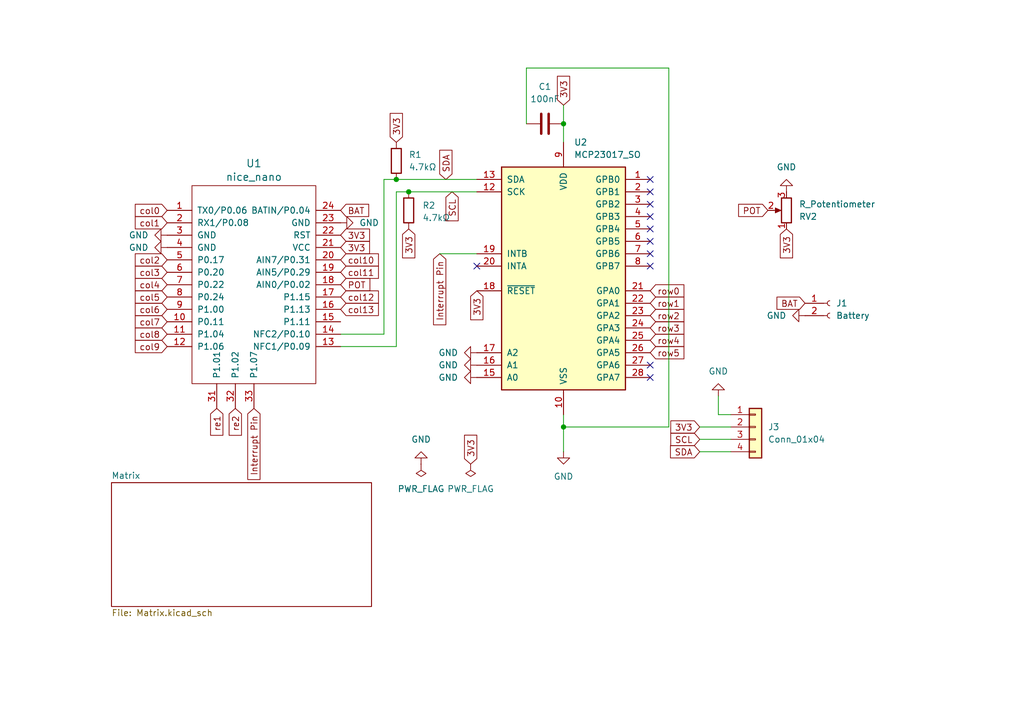
<source format=kicad_sch>
(kicad_sch (version 20250114) (generator "eeschema") (generator_version "9.0")
  (paper "A5")
  (lib_symbols
    (symbol "Connector:Conn_01x02_Socket" (pin_names (offset 1.016) (hide yes))
      (property "Reference" "J" (at 0 2.54 0))
      (property "Value" "Conn_01x02_Socket" (at 0 -5.08 0))
      (symbol "Conn_01x02_Socket_1_1"
        (polyline (pts (xy -1.27 0) (xy -0.508 0)) (stroke (width 0.1524)))
        (polyline (pts (xy -1.27 -2.54) (xy -0.508 -2.54)) (stroke (width 0.1524)))
        (arc (start 0 -0.508) (mid -0.5058 0) (end 0 0.508) (stroke (width 0.1524)))
        (arc (start 0 -3.048) (mid -0.5058 -2.54) (end 0 -2.032) (stroke (width 0.1524)))
        (pin passive line (at -5.08 0 0) (length 3.81) (name "Pin_1") (number "1"))
        (pin passive line (at -5.08 -2.54 0) (length 3.81) (name "Pin_2") (number "2"))
      )
    )
    (symbol "Connector_Generic:Conn_01x04" (pin_names (offset 1.016) (hide yes))
      (property "Reference" "J" (at 0 5.08 0))
      (property "Value" "Conn_01x04" (at 0 -7.62 0))
      (symbol "Conn_01x04_1_1"
        (rectangle (start -1.27 3.81) (end 1.27 -6.35) (stroke (width 0.254)) (fill (type background)))
        (rectangle (start -1.27 2.667) (end 0 2.413) (stroke (width 0.1524)))
        (rectangle (start -1.27 0.127) (end 0 -0.127) (stroke (width 0.1524)))
        (rectangle (start -1.27 -2.413) (end 0 -2.667) (stroke (width 0.1524)))
        (rectangle (start -1.27 -4.953) (end 0 -5.207) (stroke (width 0.1524)))
        (pin passive line (at -5.08 2.54 0) (length 3.81) (name "Pin_1") (number "1"))
        (pin passive line (at -5.08 0 0) (length 3.81) (name "Pin_2") (number "2"))
        (pin passive line (at -5.08 -2.54 0) (length 3.81) (name "Pin_3") (number "3"))
        (pin passive line (at -5.08 -5.08 0) (length 3.81) (name "Pin_4") (number "4"))
      )
    )
    (symbol "Device:C" (pin_numbers (hide yes)) (pin_names (offset 0.254))
      (property "Reference" "C" (at 0.635 2.54 0))
      (property "Value" "C" (at 0.635 -2.54 0))
      (symbol "C_0_1"
        (polyline (pts (xy -2.032 0.762) (xy 2.032 0.762)) (stroke (width 0.508)))
        (polyline (pts (xy -2.032 -0.762) (xy 2.032 -0.762)) (stroke (width 0.508)))
      )
      (symbol "C_1_1"
        (pin passive line (at 0 3.81 270) (length 2.794) (name "~") (number "1"))
        (pin passive line (at 0 -3.81 90) (length 2.794) (name "~") (number "2"))
      )
    )
    (symbol "Device:R" (pin_numbers (hide yes)) (pin_names (offset 0))
      (property "Reference" "R" (at 2.032 0 90))
      (property "Value" "R" (at 0 0 90))
      (symbol "R_0_1"
        (rectangle (start -1.016 -2.54) (end 1.016 2.54) (stroke (width 0.254)))
      )
      (symbol "R_1_1"
        (pin passive line (at 0 3.81 270) (length 1.27) (name "~") (number "1"))
        (pin passive line (at 0 -3.81 90) (length 1.27) (name "~") (number "2"))
      )
    )
    (symbol "Device:R_Potentiometer" (pin_names (offset 1.016) (hide yes))
      (property "Reference" "RV" (at -4.445 0 90))
      (property "Value" "R_Potentiometer" (at -2.54 0 90))
      (symbol "R_Potentiometer_0_1"
        (rectangle (start 1.016 2.54) (end -1.016 -2.54) (stroke (width 0.254)))
        (polyline (pts (xy 1.143 0) (xy 2.286 0.508) (xy 2.286 -0.508) (xy 1.143 0)) (fill (type outline)))
        (polyline (pts (xy 2.54 0) (xy 1.524 0)))
      )
      (symbol "R_Potentiometer_1_1"
        (pin passive line (at 0 3.81 270) (length 1.27) (name "1") (number "1"))
        (pin passive line (at 0 -3.81 90) (length 1.27) (name "3") (number "3"))
        (pin passive line (at 3.81 0 180) (length 1.27) (name "2") (number "2"))
      )
    )
    (symbol "Interface_Expansion:MCP23017_SO" (pin_names (offset 1.016))
      (property "Reference" "U" (at -11.43 24.13 0))
      (property "Value" "MCP23017_SO" (at 0 0 0))
      (symbol "MCP23017_SO_0_1"
        (rectangle (start -12.7 22.86) (end 12.7 -22.86) (stroke (width 0.254)) (fill (type background)))
      )
      (symbol "MCP23017_SO_1_1"
        (pin bidirectional line (at -17.78 20.32 0) (length 5.08) (name "SDA") (number "13"))
        (pin input line (at -17.78 17.78 0) (length 5.08) (name "SCK") (number "12"))
        (pin tri_state line (at -17.78 5.08 0) (length 5.08) (name "INTB") (number "19"))
        (pin tri_state line (at -17.78 2.54 0) (length 5.08) (name "INTA") (number "20"))
        (pin input line (at -17.78 -2.54 0) (length 5.08) (name "~{RESET}") (number "18"))
        (pin input line (at -17.78 -15.24 0) (length 5.08) (name "A2") (number "17"))
        (pin input line (at -17.78 -17.78 0) (length 5.08) (name "A1") (number "16"))
        (pin input line (at -17.78 -20.32 0) (length 5.08) (name "A0") (number "15"))
        (pin no_connect line (at -12.7 15.24 0) (length 5.08) (hide yes) (name "NC") (number "11"))
        (pin no_connect line (at -12.7 12.7 0) (length 5.08) (hide yes) (name "NC") (number "14"))
        (pin power_in line (at 0 27.94 270) (length 5.08) (name "VDD") (number "9"))
        (pin power_in line (at 0 -27.94 90) (length 5.08) (name "VSS") (number "10"))
        (pin bidirectional line (at 17.78 20.32 180) (length 5.08) (name "GPB0") (number "1"))
        (pin bidirectional line (at 17.78 17.78 180) (length 5.08) (name "GPB1") (number "2"))
        (pin bidirectional line (at 17.78 15.24 180) (length 5.08) (name "GPB2") (number "3"))
        (pin bidirectional line (at 17.78 12.7 180) (length 5.08) (name "GPB3") (number "4"))
        (pin bidirectional line (at 17.78 10.16 180) (length 5.08) (name "GPB4") (number "5"))
        (pin bidirectional line (at 17.78 7.62 180) (length 5.08) (name "GPB5") (number "6"))
        (pin bidirectional line (at 17.78 5.08 180) (length 5.08) (name "GPB6") (number "7"))
        (pin output line (at 17.78 2.54 180) (length 5.08) (name "GPB7") (number "8"))
        (pin bidirectional line (at 17.78 -2.54 180) (length 5.08) (name "GPA0") (number "21"))
        (pin bidirectional line (at 17.78 -5.08 180) (length 5.08) (name "GPA1") (number "22"))
        (pin bidirectional line (at 17.78 -7.62 180) (length 5.08) (name "GPA2") (number "23"))
        (pin bidirectional line (at 17.78 -10.16 180) (length 5.08) (name "GPA3") (number "24"))
        (pin bidirectional line (at 17.78 -12.7 180) (length 5.08) (name "GPA4") (number "25"))
        (pin bidirectional line (at 17.78 -15.24 180) (length 5.08) (name "GPA5") (number "26"))
        (pin bidirectional line (at 17.78 -17.78 180) (length 5.08) (name "GPA6") (number "27"))
        (pin output line (at 17.78 -20.32 180) (length 5.08) (name "GPA7") (number "28"))
      )
    )
    (symbol "nice_nano:nice_nano" (pin_names (offset 1.016))
      (property "Reference" "U" (at 0 0 0))
      (property "Value" "nice_nano" (at 0 2.54 0))
      (symbol "nice_nano_0_1"
        (rectangle (start -12.7 -21.59) (end 12.7 19.05))
      )
      (symbol "nice_nano_1_1"
        (pin input line (at -17.78 13.97 0) (length 5.08) (name "TX0/P0.06") (number "1"))
        (pin input line (at -17.78 11.43 0) (length 5.08) (name "RX1/P0.08") (number "2"))
        (pin input line (at -17.78 8.89 0) (length 5.08) (name "GND") (number "3"))
        (pin input line (at -17.78 6.35 0) (length 5.08) (name "GND") (number "4"))
        (pin input line (at -17.78 3.81 0) (length 5.08) (name "P0.17") (number "5"))
        (pin input line (at -17.78 1.27 0) (length 5.08) (name "P0.20") (number "6"))
        (pin input line (at -17.78 -1.27 0) (length 5.08) (name "P0.22") (number "7"))
        (pin input line (at -17.78 -3.81 0) (length 5.08) (name "P0.24") (number "8"))
        (pin input line (at -17.78 -6.35 0) (length 5.08) (name "P1.00") (number "9"))
        (pin input line (at -17.78 -8.89 0) (length 5.08) (name "P0.11") (number "10"))
        (pin input line (at -17.78 -11.43 0) (length 5.08) (name "P1.04") (number "11"))
        (pin input line (at -17.78 -13.97 0) (length 5.08) (name "P1.06") (number "12"))
        (pin input line (at -7.62 -26.67 90) (length 5.08) (name "P1.01") (number "31"))
        (pin input line (at -3.81 -26.67 90) (length 5.08) (name "P1.02") (number "32"))
        (pin input line (at 0 -26.67 90) (length 5.08) (name "P1.07") (number "33"))
        (pin input line (at 17.78 13.97 180) (length 5.08) (name "BATIN/P0.04") (number "24"))
        (pin input line (at 17.78 11.43 180) (length 5.08) (name "GND") (number "23"))
        (pin input line (at 17.78 8.89 180) (length 5.08) (name "RST") (number "22"))
        (pin input line (at 17.78 6.35 180) (length 5.08) (name "VCC") (number "21"))
        (pin input line (at 17.78 3.81 180) (length 5.08) (name "AIN7/P0.31") (number "20"))
        (pin input line (at 17.78 1.27 180) (length 5.08) (name "AIN5/P0.29") (number "19"))
        (pin input line (at 17.78 -1.27 180) (length 5.08) (name "AIN0/P0.02") (number "18"))
        (pin input line (at 17.78 -3.81 180) (length 5.08) (name "P1.15") (number "17"))
        (pin input line (at 17.78 -6.35 180) (length 5.08) (name "P1.13") (number "16"))
        (pin input line (at 17.78 -8.89 180) (length 5.08) (name "P1.11") (number "15"))
        (pin input line (at 17.78 -11.43 180) (length 5.08) (name "NFC2/P0.10") (number "14"))
        (pin input line (at 17.78 -13.97 180) (length 5.08) (name "NFC1/P0.09") (number "13"))
      )
    )
    (symbol "power:GND" (power) (pin_numbers (hide yes)) (pin_names (offset 0) (hide yes))
      (property "Value" "GND" (at 0 -3.81 0))
      (symbol "GND_0_1"
        (polyline (pts (xy 0 0) (xy 0 -1.27) (xy 1.27 -1.27) (xy 0 -2.54) (xy -1.27 -1.27) (xy 0 -1.27)))
      )
      (symbol "GND_1_1"
        (pin power_in line (at 0 0 270) (length 0) (name "~") (number "1"))
      )
    )
    (symbol "power:PWR_FLAG" (power) (pin_numbers (hide yes)) (pin_names (offset 0) (hide yes))
      (property "Value" "PWR_FLAG" (at 0 3.81 0))
      (symbol "PWR_FLAG_0_0"
        (pin power_out line (at 0 0 90) (length 0) (name "~") (number "1"))
      )
      (symbol "PWR_FLAG_0_1"
        (polyline (pts (xy 0 0) (xy 0 1.27) (xy -1.016 1.905) (xy 0 2.54) (xy 1.016 1.905) (xy 0 1.27)))
      )
    )
  )
  (junction (at 83.82 39.37))
  (junction (at 81.28 36.83))
  (junction (at 115.57 87.63))
  (junction (at 115.57 25.4))
  (no_connect (at 133.35 39.37))
  (no_connect (at 133.35 54.61))
  (no_connect (at 97.79 54.61))
  (no_connect (at 133.35 46.99))
  (no_connect (at 133.35 49.53))
  (no_connect (at 133.35 74.93))
  (no_connect (at 133.35 52.07))
  (no_connect (at 133.35 44.45))
  (no_connect (at 133.35 36.83))
  (no_connect (at 133.35 41.91))
  (no_connect (at 133.35 77.47))
  (wire (pts (xy 115.57 25.4) (xy 115.57 29.21)))
  (wire (pts (xy 81.28 39.37) (xy 81.28 71.12)))
  (wire (pts (xy 115.57 85.09) (xy 115.57 87.63)))
  (wire (pts (xy 81.28 36.83) (xy 97.79 36.83)))
  (wire (pts (xy 78.74 36.83) (xy 78.74 68.58)))
  (wire (pts (xy 78.74 68.58) (xy 69.85 68.58)))
  (wire (pts (xy 137.16 13.97) (xy 137.16 87.63)))
  (wire (pts (xy 143.51 87.63) (xy 149.86 87.63)))
  (wire (pts (xy 137.16 87.63) (xy 115.57 87.63)))
  (wire (pts (xy 143.51 90.17) (xy 149.86 90.17)))
  (wire (pts (xy 107.95 13.97) (xy 137.16 13.97)))
  (wire (pts (xy 143.51 92.71) (xy 149.86 92.71)))
  (wire (pts (xy 81.28 39.37) (xy 83.82 39.37)))
  (wire (pts (xy 81.28 71.12) (xy 69.85 71.12)))
  (wire (pts (xy 147.32 85.09) (xy 147.32 81.28)))
  (wire (pts (xy 115.57 21.59) (xy 115.57 25.4)))
  (wire (pts (xy 90.17 52.07) (xy 97.79 52.07)))
  (wire (pts (xy 78.74 36.83) (xy 81.28 36.83)))
  (wire (pts (xy 107.95 25.4) (xy 107.95 13.97)))
  (wire (pts (xy 83.82 39.37) (xy 97.79 39.37)))
  (wire (pts (xy 115.57 87.63) (xy 115.57 92.71)))
  (wire (pts (xy 149.86 85.09) (xy 147.32 85.09)))
  (global_label "row3" (shape input) (at 133.35 67.31 0) (property "Intersheetrefs" "${INTERSHEET_REFS}" (effects (hide yes))))
  (global_label "row0" (shape input) (at 133.35 59.69 0) (property "Intersheetrefs" "${INTERSHEET_REFS}" (effects (hide yes))))
  (global_label "col12" (shape input) (at 69.85 60.96 0) (property "Intersheetrefs" "${INTERSHEET_REFS}" (effects (hide yes))))
  (global_label "SDA" (shape input) (at 91.44 36.83 90) (property "Intersheetrefs" "${INTERSHEET_REFS}" (effects (hide yes))))
  (global_label "col6" (shape input) (at 34.29 63.5 180) (property "Intersheetrefs" "${INTERSHEET_REFS}" (effects (hide yes))))
  (global_label "3V3" (shape input) (at 115.57 21.59 90) (property "Intersheetrefs" "${INTERSHEET_REFS}" (effects (hide yes))))
  (global_label "row5" (shape input) (at 133.35 72.39 0) (property "Intersheetrefs" "${INTERSHEET_REFS}" (effects (hide yes))))
  (global_label "3V3" (shape input) (at 83.82 46.99 270) (property "Intersheetrefs" "${INTERSHEET_REFS}" (effects (hide yes))))
  (global_label "3V3" (shape input) (at 69.85 48.26 0) (property "Intersheetrefs" "${INTERSHEET_REFS}" (effects (hide yes))))
  (global_label "Interrupt Pin" (shape input) (at 90.17 52.07 270) (property "Intersheetrefs" "${INTERSHEET_REFS}" (effects (hide yes))))
  (global_label "col11" (shape input) (at 69.85 55.88 0) (property "Intersheetrefs" "${INTERSHEET_REFS}" (effects (hide yes))))
  (global_label "col8" (shape input) (at 34.29 68.58 180) (property "Intersheetrefs" "${INTERSHEET_REFS}" (effects (hide yes))))
  (global_label "BAT" (shape input) (at 69.85 43.18 0) (property "Intersheetrefs" "${INTERSHEET_REFS}" (effects (hide yes))))
  (global_label "col7" (shape input) (at 34.29 66.04 180) (property "Intersheetrefs" "${INTERSHEET_REFS}" (effects (hide yes))))
  (global_label "3V3" (shape input) (at 69.85 50.8 0) (property "Intersheetrefs" "${INTERSHEET_REFS}" (effects (hide yes))))
  (global_label "col13" (shape input) (at 69.85 63.5 0) (property "Intersheetrefs" "${INTERSHEET_REFS}" (effects (hide yes))))
  (global_label "3V3" (shape input) (at 81.28 29.21 90) (property "Intersheetrefs" "${INTERSHEET_REFS}" (effects (hide yes))))
  (global_label "col3" (shape input) (at 34.29 55.88 180) (property "Intersheetrefs" "${INTERSHEET_REFS}" (effects (hide yes))))
  (global_label "re1" (shape input) (at 44.45 83.82 270) (property "Intersheetrefs" "${INTERSHEET_REFS}" (effects (hide yes))))
  (global_label "Interrupt Pin" (shape input) (at 52.07 83.82 270) (property "Intersheetrefs" "${INTERSHEET_REFS}" (effects (hide yes))))
  (global_label "row1" (shape input) (at 133.35 62.23 0) (property "Intersheetrefs" "${INTERSHEET_REFS}" (effects (hide yes))))
  (global_label "3V3" (shape input) (at 97.79 59.69 270) (property "Intersheetrefs" "${INTERSHEET_REFS}" (effects (hide yes))))
  (global_label "col4" (shape input) (at 34.29 58.42 180) (property "Intersheetrefs" "${INTERSHEET_REFS}" (effects (hide yes))))
  (global_label "row2" (shape input) (at 133.35 64.77 0) (property "Intersheetrefs" "${INTERSHEET_REFS}" (effects (hide yes))))
  (global_label "col5" (shape input) (at 34.29 60.96 180) (property "Intersheetrefs" "${INTERSHEET_REFS}" (effects (hide yes))))
  (global_label "SCL" (shape input) (at 92.71 39.37 270) (property "Intersheetrefs" "${INTERSHEET_REFS}" (effects (hide yes))))
  (global_label "col0" (shape input) (at 34.29 43.18 180) (property "Intersheetrefs" "${INTERSHEET_REFS}" (effects (hide yes))))
  (global_label "col1" (shape input) (at 34.29 45.72 180) (property "Intersheetrefs" "${INTERSHEET_REFS}" (effects (hide yes))))
  (global_label "col2" (shape input) (at 34.29 53.34 180) (property "Intersheetrefs" "${INTERSHEET_REFS}" (effects (hide yes))))
  (global_label "row4" (shape input) (at 133.35 69.85 0) (property "Intersheetrefs" "${INTERSHEET_REFS}" (effects (hide yes))))
  (global_label "3V3" (shape input) (at 161.29 46.99 270) (property "Intersheetrefs" "${INTERSHEET_REFS}" (effects (hide yes))))
  (global_label "col9" (shape input) (at 34.29 71.12 180) (property "Intersheetrefs" "${INTERSHEET_REFS}" (effects (hide yes))))
  (global_label "3V3" (shape input) (at 96.52 95.25 90) (property "Intersheetrefs" "${INTERSHEET_REFS}" (effects (hide yes))))
  (global_label "BAT" (shape input) (at 165.1 62.23 180) (property "Intersheetrefs" "${INTERSHEET_REFS}" (effects (hide yes))))
  (global_label "SDA" (shape input) (at 143.51 92.71 180) (property "Intersheetrefs" "${INTERSHEET_REFS}" (effects (hide yes))))
  (global_label "SCL" (shape input) (at 143.51 90.17 180) (property "Intersheetrefs" "${INTERSHEET_REFS}" (effects (hide yes))))
  (global_label "POT" (shape input) (at 157.48 43.18 180) (property "Intersheetrefs" "${INTERSHEET_REFS}" (effects (hide yes))))
  (global_label "re2" (shape input) (at 48.26 83.82 270) (property "Intersheetrefs" "${INTERSHEET_REFS}" (effects (hide yes))))
  (global_label "col10" (shape input) (at 69.85 53.34 0) (property "Intersheetrefs" "${INTERSHEET_REFS}" (effects (hide yes))))
  (global_label "POT" (shape input) (at 69.85 58.42 0) (property "Intersheetrefs" "${INTERSHEET_REFS}" (effects (hide yes))))
  (global_label "3V3" (shape input) (at 143.51 87.63 180) (property "Intersheetrefs" "${INTERSHEET_REFS}" (effects (hide yes))))
  (symbol (lib_id "power:GND") (at 147.32 81.28 180) (unit 1)
    (property "Reference" "#PWR074" (effects (hide yes)))
    (property "Value" "GND" (at 147.32 76.2 0))
  )
  (symbol (lib_id "Interface_Expansion:MCP23017_SO") (at 115.57 57.15 0) (unit 1)
    (property "Reference" "U2" (at 117.7133 29.21 0) (effects (justify left)))
    (property "Value" "MCP23017_SO" (at 117.7133 31.75 0) (effects (justify left)))
    (property "Footprint" "Package_SO:SOIC-28W_7.5x17.9mm_P1.27mm" (effects (hide yes)))
    (property "Datasheet" "https://ww1.microchip.com/downloads/aemDocuments/documents/APID/ProductDocuments/DataSheets/MCP23017-Data-Sheet-DS20001952.pdf" (effects (hide yes)))
    (property "Description" "16-bit I/O expander, I2C, interrupts, w pull-ups, GPA/B7 output only (https://microchip.my.site.com/s/article/GPA7---GPB7-Cannot-Be-Used-as-Inputs-In-MCP23017),  SOIC-28" (effects (hide yes)))
  )
  (symbol (lib_id "power:GND") (at 69.85 45.72 90) (unit 1)
    (property "Reference" "#PWR05" (effects (hide yes)))
    (property "Value" "GND" (at 73.66 45.7199 90) (effects (justify right)))
    (property "Description" "Power symbol creates a global label with name \"GND\" , ground" (effects (hide yes)))
  )
  (symbol (lib_id "Connector_Generic:Conn_01x04") (at 154.94 87.63 0) (unit 1)
    (property "Reference" "J3" (at 157.48 87.6299 0) (effects (justify left)))
    (property "Value" "Conn_01x04" (at 157.48 90.1699 0) (effects (justify left)))
    (property "Footprint" "Oled screen:SSD1306-0.91-OLED-4pin-128x32" (effects (hide yes)))
    (property "Description" "Generic connector, single row, 01x04, script generated (kicad-library-utils/schlib/autogen/connector/)" (effects (hide yes)))
  )
  (symbol (lib_id "Device:R_Potentiometer") (at 161.29 43.18 180) (unit 1)
    (property "Reference" "RV2" (at 163.83 44.4501 0) (effects (justify right)))
    (property "Value" "R_Potentiometer" (at 163.83 41.9101 0) (effects (justify right)))
    (property "Footprint" "nice-nano:Sliding_Pot" (effects (hide yes)))
    (property "Description" "Potentiometer" (effects (hide yes)))
  )
  (symbol (lib_id "Device:R") (at 81.28 33.02 0) (unit 1)
    (property "Reference" "R1" (at 83.82 31.7499 0) (effects (justify left)))
    (property "Value" "4.7kΩ" (at 83.82 34.2899 0) (effects (justify left)))
    (property "Footprint" "Resistor_SMD:R_0805_2012Metric_Pad1.20x1.40mm_HandSolder" (effects (hide yes)))
    (property "Description" "Resistor" (effects (hide yes)))
  )
  (symbol (lib_id "power:GND") (at 97.79 77.47 270) (unit 1)
    (property "Reference" "#PWR012" (effects (hide yes)))
    (property "Value" "GND" (at 93.98 77.4699 90) (effects (justify right)))
    (property "Description" "Power symbol creates a global label with name \"GND\" , ground" (effects (hide yes)))
  )
  (symbol (lib_id "power:GND") (at 97.79 72.39 270) (unit 1)
    (property "Reference" "#PWR010" (effects (hide yes)))
    (property "Value" "GND" (at 93.98 72.3899 90) (effects (justify right)))
    (property "Description" "Power symbol creates a global label with name \"GND\" , ground" (effects (hide yes)))
  )
  (symbol (lib_id "power:GND") (at 115.57 92.71 0) (unit 1)
    (property "Reference" "#PWR09" (effects (hide yes)))
    (property "Value" "GND" (at 115.57 97.79 0))
    (property "Description" "Power symbol creates a global label with name \"GND\" , ground" (effects (hide yes)))
  )
  (symbol (lib_id "power:GND") (at 34.29 48.26 270) (unit 1)
    (property "Reference" "#PWR06" (effects (hide yes)))
    (property "Value" "GND" (at 30.48 48.2599 90) (effects (justify right)))
    (property "Description" "Power symbol creates a global label with name \"GND\" , ground" (effects (hide yes)))
  )
  (symbol (lib_id "Device:R") (at 83.82 43.18 0) (unit 1)
    (property "Reference" "R2" (at 86.614 42.164 0) (effects (justify left)))
    (property "Value" "4.7kΩ" (at 86.614 44.704 0) (effects (justify left)))
    (property "Footprint" "Resistor_SMD:R_0805_2012Metric_Pad1.20x1.40mm_HandSolder" (effects (hide yes)))
    (property "Description" "Resistor" (effects (hide yes)))
  )
  (symbol (lib_id "power:PWR_FLAG") (at 86.36 95.25 180) (unit 1)
    (property "Reference" "#FLG01" (effects (hide yes)))
    (property "Value" "PWR_FLAG" (at 86.36 100.33 0))
    (property "Description" "Special symbol for telling ERC where power comes from" (effects (hide yes)))
  )
  (symbol (lib_id "power:PWR_FLAG") (at 96.52 95.25 180) (unit 1)
    (property "Reference" "#FLG02" (effects (hide yes)))
    (property "Value" "PWR_FLAG" (at 96.52 100.33 0))
    (property "Description" "Special symbol for telling ERC where power comes from" (effects (hide yes)))
  )
  (symbol (lib_id "nice_nano:nice_nano") (at 52.07 57.15 0) (unit 1)
    (property "Reference" "U1" (at 52.07 33.528 0) (effects (font (size 1.524 1.524))))
    (property "Value" "nice_nano" (at 52.07 36.322 0) (effects (font (size 1.524 1.524))))
    (property "Footprint" "nice-nano:nice_nano" (effects (hide yes)))
  )
  (symbol (lib_id "Device:C") (at 111.76 25.4 90) (unit 1)
    (property "Reference" "C1" (at 111.76 17.78 90))
    (property "Value" "100nF" (at 111.76 20.32 90))
    (property "Footprint" "Capacitor_SMD:C_0805_2012Metric_Pad1.18x1.45mm_HandSolder" (effects (hide yes)))
    (property "Description" "Unpolarized capacitor" (effects (hide yes)))
  )
  (symbol (lib_id "power:GND") (at 34.29 50.8 270) (unit 1)
    (property "Reference" "#PWR07" (effects (hide yes)))
    (property "Value" "GND" (at 30.48 50.7999 90) (effects (justify right)))
    (property "Description" "Power symbol creates a global label with name \"GND\" , ground" (effects (hide yes)))
  )
  (symbol (lib_id "power:GND") (at 86.36 95.25 180) (unit 1)
    (property "Reference" "#PWR013" (effects (hide yes)))
    (property "Value" "GND" (at 86.36 90.17 0))
    (property "Description" "Power symbol creates a global label with name \"GND\" , ground" (effects (hide yes)))
  )
  (symbol (lib_id "power:GND") (at 161.29 39.37 180) (unit 1)
    (property "Reference" "#PWR04" (effects (hide yes)))
    (property "Value" "GND" (at 161.29 34.29 0))
    (property "Description" "Power symbol creates a global label with name \"GND\" , ground" (effects (hide yes)))
  )
  (symbol (lib_id "Connector:Conn_01x02_Socket") (at 170.18 62.23 0) (unit 1)
    (property "Reference" "J1" (at 171.45 62.2299 0) (effects (justify left)))
    (property "Value" "Battery" (at 171.45 64.7699 0) (effects (justify left)))
    (property "Footprint" "Connector_JST:JST_XH_B2B-XH-AM_1x02_P2.50mm_Vertical" (effects (hide yes)))
    (property "Description" "Generic connector, single row, 01x02, script generated" (effects (hide yes)))
  )
  (symbol (lib_id "power:GND") (at 165.1 64.77 270) (unit 1)
    (property "Reference" "#PWR08" (effects (hide yes)))
    (property "Value" "GND" (at 161.29 64.7699 90) (effects (justify right)))
    (property "Description" "Power symbol creates a global label with name \"GND\" , ground" (effects (hide yes)))
  )
  (symbol (lib_id "power:GND") (at 97.79 74.93 270) (unit 1)
    (property "Reference" "#PWR011" (effects (hide yes)))
    (property "Value" "GND" (at 93.98 74.9299 90) (effects (justify right)))
    (property "Description" "Power symbol creates a global label with name \"GND\" , ground" (effects (hide yes)))
  )
  (sheet (at 22.86 99.06) (size 53.34 25.4) (stroke (width 0.1524))
    (property "Sheetname" "Matrix" (at 22.86 98.3484 0) (effects (justify left bottom)))
    (property "Sheetfile" "Matrix.kicad_sch" (at 22.86 125.0446 0) (effects (justify left top)))
  )
)
</source>
